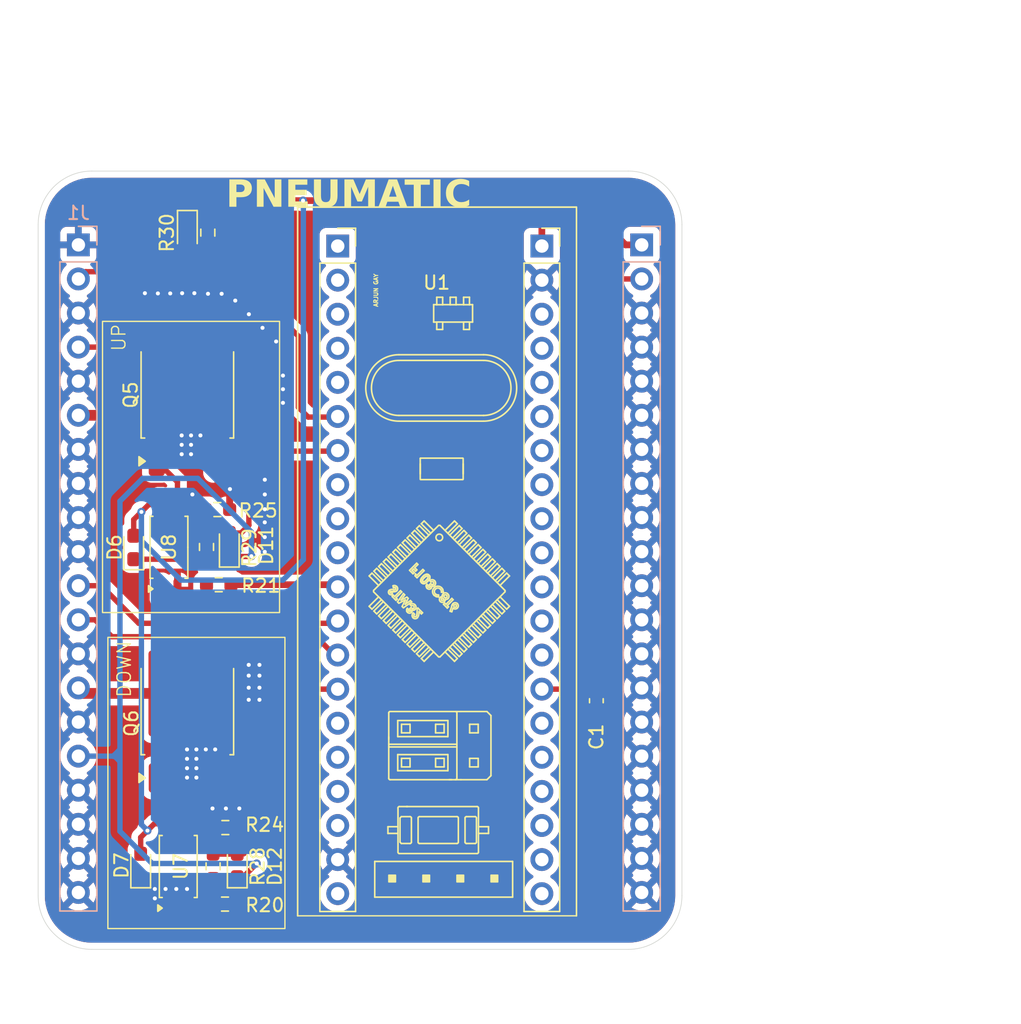
<source format=kicad_pcb>
(kicad_pcb (version 20241229) (generator "pcbnew") (generator_version "9.0")
  (layers (0 "F.Cu" signal) (2 "B.Cu" signal) (13 "F.Paste" user) (15 "B.Paste" user) (5 "F.SilkS" user "F.Silkscreen") (7 "B.SilkS" user "B.Silkscreen") (1 "F.Mask" user) (3 "B.Mask" user) (25 "Edge.Cuts" user))
  (net 0 "")
  (net 1 "Net-(D6-K)")
  (net 2 "Net-(D7-K)")
  (net 3 "+12V")
  (net 4 "/Pneumatic_UP")
  (net 5 "/Pneumatic_DOWN")
  (net 6 "Net-(D8-A)")
  (net 7 "Net-(Q5-G)")
  (net 8 "GND")
  (net 9 "Net-(Q6-G)")
  (net 10 "/DOWNSHIFT")
  (net 11 "Net-(R20-Pad2)")
  (net 12 "/UPSHIFT")
  (net 13 "Net-(R21-Pad2)")
  (net 14 "/TX")
  (net 15 "/UP")
  (net 16 "+5V")
  (net 17 "/Down")
  (net 18 "/RX")
  (net 48 "GPOS")
  (footprint "Resistor_SMD:R_0603_1608Metric_Pad0.98x0.95mm_HandSolder" (layer "F.Cu") (at 105.65 68.0875 -90)
    (property "Reference" "R30" (at 0.0125 3.05 90) (layer "F.SilkS"))
    (property "Value" "1K")
    (pad "1" smd roundrect (at -0.9125 0 270) (size 0.975 0.95) (layers "F.Cu" "F.Mask" "F.Paste") (net 16 "+5V"))
    (pad "2" smd roundrect (at 0.9125 0 270) (size 0.975 0.95) (layers "F.Cu" "F.Mask" "F.Paste") (net 6 "Net-(D8-A)"))
  )
  (footprint "Resistor_SMD:R_0603_1608Metric_Pad0.98x0.95mm_HandSolder" (layer "F.Cu") (at 106.9325 118.125 180)
    (property "Reference" "R20" (at -2.966965 -0.081249 0) (layer "F.SilkS"))
    (property "Value" "330")
    (pad "1" smd roundrect (at -0.9125 0 180) (size 0.975 0.95) (layers "F.Cu" "F.Mask" "F.Paste") (net 10 "/DOWNSHIFT"))
    (pad "2" smd roundrect (at 0.9125 0 180) (size 0.975 0.95) (layers "F.Cu" "F.Mask" "F.Paste") (net 11 "Net-(R20-Pad2)"))
  )
  (footprint "Capacitor_SMD:C_0603_1608Metric_Pad1.08x0.95mm_HandSolder" (layer "F.Cu") (at 134.62 102.9705 90)
    (property "Reference" "C1" (at -2.6935 0 90) (layer "F.SilkS"))
    (property "Value" "0.1uF")
    (pad "1" smd roundrect (at -0.8625 0 90) (size 1.075 0.95) (layers "F.Cu" "F.Mask" "F.Paste") (net 8 "GND"))
    (pad "2" smd roundrect (at 0.8625 0 90) (size 1.075 0.95) (layers "F.Cu" "F.Mask" "F.Paste") (net 48 "GPOS"))
  )
  (footprint "0_blackpill_f411ceu6:Blackpill PLT" (layer "F.Cu") (at 115.65 70.104)
    (property "Reference" "U1" (at 7.062282 1.713084 0) (layer "F.SilkS"))
    (property "Value" "~" (hide yes))
    (pad "1" thru_hole rect (at 14.906 -1.016) (size 1.7 1.7) (drill 1) (layers "*.Cu" "*.Mask") (net 16 "+5V"))
    (pad "2" thru_hole circle (at -0.314 47.244) (size 1.7 1.7) (drill 1) (layers "*.Cu" "*.Mask"))
    (pad "3" thru_hole circle (at -0.314 42.164) (size 1.7 1.7) (drill 1) (layers "*.Cu" "*.Mask"))
    (pad "4" thru_hole circle (at 14.906 4.064) (size 1.7 1.7) (drill 1) (layers "*.Cu" "*.Mask"))
    (pad "5" thru_hole rect (at -0.314 -1.016) (size 1.7 1.7) (drill 1) (layers "*.Cu" "*.Mask"))
    (pad "6" thru_hole circle (at -0.314 1.524) (size 1.7 1.7) (drill 1) (layers "*.Cu" "*.Mask"))
    (pad "7" thru_hole circle (at -0.314 4.064) (size 1.7 1.7) (drill 1) (layers "*.Cu" "*.Mask"))
    (pad "8" thru_hole circle (at -0.314 6.604) (size 1.7 1.7) (drill 1) (layers "*.Cu" "*.Mask"))
    (pad "9" thru_hole circle (at -0.314 9.144) (size 1.7 1.7) (drill 1) (layers "*.Cu" "*.Mask"))
    (pad "10" thru_hole circle (at -0.314 11.684) (size 1.7 1.7) (drill 1) (layers "*.Cu" "*.Mask") (net 14 "/TX"))
    (pad "11" thru_hole circle (at -0.314 14.224) (size 1.7 1.7) (drill 1) (layers "*.Cu" "*.Mask") (net 18 "/RX"))
    (pad "12" thru_hole circle (at -0.314 16.764) (size 1.7 1.7) (drill 1) (layers "*.Cu" "*.Mask"))
    (pad "13" thru_hole circle (at -0.314 19.304) (size 1.7 1.7) (drill 1) (layers "*.Cu" "*.Mask"))
    (pad "14" thru_hole circle (at -0.314 21.844) (size 1.7 1.7) (drill 1) (layers "*.Cu" "*.Mask"))
    (pad "15" thru_hole circle (at -0.314 24.384) (size 1.7 1.7) (drill 1) (layers "*.Cu" "*.Mask") (net 12 "/UPSHIFT"))
    (pad "16" thru_hole circle (at -0.314 26.924) (size 1.7 1.7) (drill 1) (layers "*.Cu" "*.Mask") (net 15 "/UP"))
    (pad "17" thru_hole circle (at -0.314 29.464) (size 1.7 1.7) (drill 1) (layers "*.Cu" "*.Mask") (net 17 "/Down"))
    (pad "18" thru_hole circle (at -0.314 32.004) (size 1.7 1.7) (drill 1) (layers "*.Cu" "*.Mask") (net 10 "/DOWNSHIFT"))
    (pad "19" thru_hole circle (at -0.314 34.544) (size 1.7 1.7) (drill 1) (layers "*.Cu" "*.Mask"))
    (pad "20" thru_hole circle (at -0.314 37.084) (size 1.7 1.7) (drill 1) (layers "*.Cu" "*.Mask"))
    (pad "21" thru_hole circle (at -0.314 39.624) (size 1.7 1.7) (drill 1) (layers "*.Cu" "*.Mask"))
    (pad "22" thru_hole circle (at 14.906 6.604) (size 1.7 1.7) (drill 1) (layers "*.Cu" "*.Mask"))
    (pad "23" thru_hole circle (at 14.906 9.144) (size 1.7 1.7) (drill 1) (layers "*.Cu" "*.Mask"))
    (pad "24" thru_hole circle (at 14.906 11.684) (size 1.7 1.7) (drill 1) (layers "*.Cu" "*.Mask"))
    (pad "25" thru_hole circle (at 14.906 14.224) (size 1.7 1.7) (drill 1) (layers "*.Cu" "*.Mask"))
    (pad "26" thru_hole circle (at 14.906 16.764) (size 1.7 1.7) (drill 1) (layers "*.Cu" "*.Mask"))
    (pad "27" thru_hole circle (at 14.906 19.304) (size 1.7 1.7) (drill 1) (layers "*.Cu" "*.Mask"))
    (pad "28" thru_hole circle (at 14.906 21.844) (size 1.7 1.7) (drill 1) (layers "*.Cu" "*.Mask"))
    (pad "29" thru_hole circle (at 14.906 24.384) (size 1.7 1.7) (drill 1) (layers "*.Cu" "*.Mask"))
    (pad "30" thru_hole circle (at 14.906 26.924) (size 1.7 1.7) (drill 1) (layers "*.Cu" "*.Mask"))
    (pad "31" thru_hole circle (at 14.906 29.464) (size 1.7 1.7) (drill 1) (layers "*.Cu" "*.Mask"))
    (pad "32" thru_hole circle (at 14.906 32.004) (size 1.7 1.7) (drill 1) (layers "*.Cu" "*.Mask") (net 48 "GPOS"))
    (pad "33" thru_hole circle (at 14.906 34.544) (size 1.7 1.7) (drill 1) (layers "*.Cu" "*.Mask"))
    (pad "34" thru_hole circle (at 14.906 37.084) (size 1.7 1.7) (drill 1) (layers "*.Cu" "*.Mask"))
    (pad "35" thru_hole circle (at 14.906 39.624) (size 1.7 1.7) (drill 1) (layers "*.Cu" "*.Mask"))
    (pad "36" thru_hole circle (at 14.906 42.164) (size 1.7 1.7) (drill 1) (layers "*.Cu" "*.Mask"))
    (pad "37" thru_hole circle (at 14.906 44.704) (size 1.7 1.7) (drill 1) (layers "*.Cu" "*.Mask"))
    (pad "38" thru_hole circle (at 14.906 47.244) (size 1.7 1.7) (drill 1) (layers "*.Cu" "*.Mask"))
    (pad "39" thru_hole circle (at -0.314 44.704) (size 1.7 1.7) (drill 1) (layers "*.Cu" "*.Mask") (net 8 "GND"))
    (pad "40" thru_hole circle (at 14.906 1.524) (size 1.7 1.7) (drill 1) (layers "*.Cu" "*.Mask") (net 8 "GND"))
  )
  (footprint "Package_SO:SOP-4_4.4x2.6mm_P1.27mm" (layer "F.Cu") (at 103.445 115.325 90)
    (property "Reference" "U7" (at 0 0.187 90) (layer "F.SilkS"))
    (property "Value" "TCMT1103")
    (pad "1" smd roundrect (at -3.1875 -0.635 90) (size 1.625 0.6) (layers "F.Cu" "F.Mask" "F.Paste") (net 11 "Net-(R20-Pad2)"))
    (pad "2" smd roundrect (at -3.1875 0.635 90) (size 1.625 0.6) (layers "F.Cu" "F.Mask" "F.Paste") (net 8 "GND"))
    (pad "3" smd roundrect (at 3.1875 0.635 90) (size 1.625 0.6) (layers "F.Cu" "F.Mask" "F.Paste") (net 9 "Net-(Q6-G)"))
    (pad "4" smd roundrect (at 3.1875 -0.635 90) (size 1.625 0.6) (layers "F.Cu" "F.Mask" "F.Paste") (net 16 "+5V"))
  )
  (footprint "Package_TO_SOT_SMD:TO-252-2" (layer "F.Cu") (at 104.125 80.085 90)
    (property "Reference" "Q5" (at -0.1 -4.225 90) (layer "F.SilkS"))
    (property "Value" "DMTH6004SK3")
    (pad "1" smd roundrect (at -5.04 -2.28 90) (size 2.2 1.2) (layers "F.Cu" "F.Mask" "F.Paste") (roundrect_rratio 0.208333) (net 7 "Net-(Q5-G)"))
    (pad "2" smd roundrect (at 1.26 0 90) (size 6.4 5.8) (layers "F.Cu" "F.Mask") (roundrect_rratio 0.043103) (net 4 "/Pneumatic_UP"))
    (pad "3" smd roundrect (at -5.04 2.28 90) (size 2.2 1.2) (layers "F.Cu" "F.Mask" "F.Paste") (roundrect_rratio 0.208333) (net 8 "GND"))
  )
  (footprint "Diode_SMD:D_0603_1608Metric_Pad1.05x0.95mm_HandSolder" (layer "F.Cu") (at 107.845 115.25 90)
    (property "Reference" "D12" (at -0.075 2.8 90) (layer "F.SilkS"))
    (property "Value" "D")
    (pad "1" smd roundrect (at -0.875 0 90) (size 1.05 0.95) (layers "F.Cu" "F.Mask" "F.Paste") (net 3 "+12V"))
    (pad "2" smd roundrect (at 0.875 0 90) (size 1.05 0.95) (layers "F.Cu" "F.Mask" "F.Paste") (net 5 "/Pneumatic_DOWN"))
  )
  (footprint "Diode_SMD:D_0603_1608Metric_Pad1.05x0.95mm_HandSolder" (layer "F.Cu") (at 107.2525 91.35 90)
    (property "Reference" "D11" (at -0.05 2.7475 90) (layer "F.SilkS"))
    (property "Value" "D")
    (pad "1" smd roundrect (at -0.875 0 90) (size 1.05 0.95) (layers "F.Cu" "F.Mask" "F.Paste") (net 3 "+12V"))
    (pad "2" smd roundrect (at 0.875 0 90) (size 1.05 0.95) (layers "F.Cu" "F.Mask" "F.Paste") (net 4 "/Pneumatic_UP"))
  )
  (footprint "Resistor_SMD:R_0603_1608Metric_Pad0.98x0.95mm_HandSolder" (layer "F.Cu") (at 106.045 115.3125 90)
    (property "Reference" "R28" (at -0.012352 3.320457 90) (layer "F.SilkS"))
    (property "Value" "1K")
    (pad "1" smd roundrect (at -0.9125 0 90) (size 0.975 0.95) (layers "F.Cu" "F.Mask" "F.Paste") (net 2 "Net-(D7-K)"))
    (pad "2" smd roundrect (at 0.9125 0 90) (size 0.975 0.95) (layers "F.Cu" "F.Mask" "F.Paste") (net 5 "/Pneumatic_DOWN"))
  )
  (footprint "Package_TO_SOT_SMD:TO-252-2" (layer "F.Cu") (at 104.125 103.685 90)
    (property "Reference" "Q6" (at -0.965 -4.175 90) (layer "F.SilkS"))
    (property "Value" "DMTH6004SK3")
    (pad "1" smd roundrect (at -5.04 -2.28 90) (size 2.2 1.2) (layers "F.Cu" "F.Mask" "F.Paste") (roundrect_rratio 0.208333) (net 9 "Net-(Q6-G)"))
    (pad "2" smd roundrect (at 1.26 0 90) (size 6.4 5.8) (layers "F.Cu" "F.Mask") (roundrect_rratio 0.043103) (net 5 "/Pneumatic_DOWN"))
    (pad "3" smd roundrect (at -5.04 2.28 90) (size 2.2 1.2) (layers "F.Cu" "F.Mask" "F.Paste") (roundrect_rratio 0.208333) (net 8 "GND"))
  )
  (footprint "LED_SMD:LED_0603_1608Metric_Pad1.05x0.95mm_HandSolder" (layer "F.Cu") (at 100.645 115.25 90)
    (property "Reference" "D7" (at 0 -1.43 90) (layer "F.SilkS"))
    (property "Value" "LED")
    (pad "1" smd roundrect (at -0.875 0 90) (size 1.05 0.95) (layers "F.Cu" "F.Mask" "F.Paste") (net 2 "Net-(D7-K)"))
    (pad "2" smd roundrect (at 0.875 0 90) (size 1.05 0.95) (layers "F.Cu" "F.Mask" "F.Paste") (net 16 "+5V"))
  )
  (footprint "Resistor_SMD:R_0603_1608Metric_Pad0.98x0.95mm_HandSolder" (layer "F.Cu") (at 106.365 88.725 180)
    (property "Reference" "R25" (at -3.035 -0.075 0) (layer "F.SilkS"))
    (property "Value" "10K")
    (pad "1" smd roundrect (at -0.9125 0 180) (size 0.975 0.95) (layers "F.Cu" "F.Mask" "F.Paste") (net 8 "GND"))
    (pad "2" smd roundrect (at 0.9125 0 180) (size 0.975 0.95) (layers "F.Cu" "F.Mask" "F.Paste") (net 7 "Net-(Q5-G)"))
  )
  (footprint "Package_SO:SOP-4_4.4x2.6mm_P1.27mm" (layer "F.Cu") (at 102.7525 91.5375 90)
    (property "Reference" "U8" (at 0 0 90) (layer "F.SilkS"))
    (property "Value" "TCMT1103")
    (pad "1" smd roundrect (at -3.1875 -0.635 90) (size 1.625 0.6) (layers "F.Cu" "F.Mask" "F.Paste") (net 13 "Net-(R21-Pad2)"))
    (pad "2" smd roundrect (at -3.1875 0.635 90) (size 1.625 0.6) (layers "F.Cu" "F.Mask" "F.Paste") (net 8 "GND"))
    (pad "3" smd roundrect (at 3.1875 0.635 90) (size 1.625 0.6) (layers "F.Cu" "F.Mask" "F.Paste") (net 7 "Net-(Q5-G)"))
    (pad "4" smd roundrect (at 3.1875 -0.635 90) (size 1.625 0.6) (layers "F.Cu" "F.Mask" "F.Paste") (net 16 "+5V"))
  )
  (footprint "Resistor_SMD:R_0603_1608Metric_Pad0.98x0.95mm_HandSolder" (layer "F.Cu") (at 105.5525 91.5125 90)
    (property "Reference" "R29" (at -0.060878 3.199507 90) (layer "F.SilkS"))
    (property "Value" "1K")
    (pad "1" smd roundrect (at -0.9125 0 90) (size 0.975 0.95) (layers "F.Cu" "F.Mask" "F.Paste") (net 1 "Net-(D6-K)"))
    (pad "2" smd roundrect (at 0.9125 0 90) (size 0.975 0.95) (layers "F.Cu" "F.Mask" "F.Paste") (net 4 "/Pneumatic_UP"))
  )
  (footprint "Resistor_SMD:R_0603_1608Metric_Pad0.98x0.95mm_HandSolder" (layer "F.Cu") (at 106.9575 112.425 180)
    (property "Reference" "R24" (at -2.927328 0.206386 0) (layer "F.SilkS"))
    (property "Value" "10K")
    (pad "1" smd roundrect (at -0.9125 0 180) (size 0.975 0.95) (layers "F.Cu" "F.Mask" "F.Paste") (net 8 "GND"))
    (pad "2" smd roundrect (at 0.9125 0 180) (size 0.975 0.95) (layers "F.Cu" "F.Mask" "F.Paste") (net 9 "Net-(Q6-G)"))
  )
  (footprint "Resistor_SMD:R_0603_1608Metric_Pad0.98x0.95mm_HandSolder" (layer "F.Cu") (at 106.465 94.325 180)
    (property "Reference" "R21" (at -3.135 -0.075 0) (layer "F.SilkS"))
    (property "Value" "330")
    (pad "1" smd roundrect (at -0.9125 0 180) (size 0.975 0.95) (layers "F.Cu" "F.Mask" "F.Paste") (net 12 "/UPSHIFT"))
    (pad "2" smd roundrect (at 0.9125 0 180) (size 0.975 0.95) (layers "F.Cu" "F.Mask" "F.Paste") (net 13 "Net-(R21-Pad2)"))
  )
  (footprint "LED_SMD:LED_0603_1608Metric_Pad1.05x0.95mm_HandSolder" (layer "F.Cu") (at 100.125 91.55 90)
    (property "Reference" "D6" (at 0 -1.43 90) (layer "F.SilkS"))
    (property "Value" "LED")
    (pad "1" smd roundrect (at -0.875 0 90) (size 1.05 0.95) (layers "F.Cu" "F.Mask" "F.Paste") (net 1 "Net-(D6-K)"))
    (pad "2" smd roundrect (at 0.875 0 90) (size 1.05 0.95) (layers "F.Cu" "F.Mask" "F.Paste") (net 16 "+5V"))
  )
  (footprint "LED_SMD:LED_0603_1608Metric_Pad1.05x0.95mm_HandSolder" (layer "F.Cu") (at 104.125 68.1 -90)
    (property "Reference" "D8" (hide yes))
    (property "Value" "LED")
    (pad "1" smd roundrect (at -0.875 0 270) (size 1.05 0.95) (layers "F.Cu" "F.Mask" "F.Paste") (net 8 "GND"))
    (pad "2" smd roundrect (at 0.875 0 270) (size 1.05 0.95) (layers "F.Cu" "F.Mask" "F.Paste") (net 6 "Net-(D8-A)"))
  )
  (footprint "Connector_PinHeader_2.54mm:PinHeader_1x20_P2.54mm_Vertical" (layer "B.Cu") (at 138 69 180)
    (property "Reference" "J2" (hide yes))
    (property "Value" "Conn_01x20_Pin")
    (pad "1" thru_hole rect (at 0 0 180) (size 1.7 1.7) (drill 1) (layers "*.Cu" "*.Mask") (net 16 "+5V"))
    (pad "2" thru_hole circle (at 0 -2.54 180) (size 1.7 1.7) (drill 1) (layers "*.Cu" "*.Mask") (net 48 "GPOS"))
    (pad "3" thru_hole circle (at 0 -5.08 180) (size 1.7 1.7) (drill 1) (layers "*.Cu" "*.Mask") (net 8 "GND"))
    (pad "4" thru_hole circle (at 0 -7.62 180) (size 1.7 1.7) (drill 1) (layers "*.Cu" "*.Mask") (net 8 "GND"))
    (pad "5" thru_hole circle (at 0 -10.16 180) (size 1.7 1.7) (drill 1) (layers "*.Cu" "*.Mask") (net 8 "GND"))
    (pad "6" thru_hole circle (at 0 -12.7 180) (size 1.7 1.7) (drill 1) (layers "*.Cu" "*.Mask") (net 8 "GND"))
    (pad "7" thru_hole circle (at 0 -15.24 180) (size 1.7 1.7) (drill 1) (layers "*.Cu" "*.Mask") (net 8 "GND"))
    (pad "8" thru_hole circle (at 0 -17.78 180) (size 1.7 1.7) (drill 1) (layers "*.Cu" "*.Mask") (net 8 "GND"))
    (pad "9" thru_hole circle (at 0 -20.32 180) (size 1.7 1.7) (drill 1) (layers "*.Cu" "*.Mask") (net 8 "GND"))
    (pad "10" thru_hole circle (at 0 -22.86 180) (size 1.7 1.7) (drill 1) (layers "*.Cu" "*.Mask") (net 8 "GND"))
    (pad "11" thru_hole circle (at 0 -25.4 180) (size 1.7 1.7) (drill 1) (layers "*.Cu" "*.Mask") (net 8 "GND"))
    (pad "12" thru_hole circle (at 0 -27.94 180) (size 1.7 1.7) (drill 1) (layers "*.Cu" "*.Mask") (net 8 "GND"))
    (pad "13" thru_hole circle (at 0 -30.48 180) (size 1.7 1.7) (drill 1) (layers "*.Cu" "*.Mask") (net 8 "GND"))
    (pad "14" thru_hole circle (at 0 -33.02 180) (size 1.7 1.7) (drill 1) (layers "*.Cu" "*.Mask") (net 8 "GND"))
    (pad "15" thru_hole circle (at 0 -35.56 180) (size 1.7 1.7) (drill 1) (layers "*.Cu" "*.Mask") (net 8 "GND"))
    (pad "16" thru_hole circle (at 0 -38.1 180) (size 1.7 1.7) (drill 1) (layers "*.Cu" "*.Mask") (net 8 "GND"))
    (pad "17" thru_hole circle (at 0 -40.64 180) (size 1.7 1.7) (drill 1) (layers "*.Cu" "*.Mask") (net 8 "GND"))
    (pad "18" thru_hole circle (at 0 -43.18 180) (size 1.7 1.7) (drill 1) (layers "*.Cu" "*.Mask") (net 8 "GND"))
    (pad "19" thru_hole circle (at 0 -45.72 180) (size 1.7 1.7) (drill 1) (layers "*.Cu" "*.Mask") (net 8 "GND"))
    (pad "20" thru_hole circle (at 0 -48.26 180) (size 1.7 1.7) (drill 1) (layers "*.Cu" "*.Mask") (net 8 "GND"))
  )
  (footprint "Connector_PinHeader_2.54mm:PinHeader_1x20_P2.54mm_Vertical" (layer "B.Cu") (at 96 69 180)
    (property "Reference" "J1" (at 0 2.38 0) (layer "B.SilkS") (effects (justify mirror)))
    (property "Value" "Conn_01x20_Pin")
    (pad "1" thru_hole rect (at 0 0 180) (size 1.7 1.7) (drill 1) (layers "*.Cu" "*.Mask") (net 8 "GND"))
    (pad "2" thru_hole circle (at 0 -2.54 180) (size 1.7 1.7) (drill 1) (layers "*.Cu" "*.Mask") (net 14 "/TX"))
    (pad "3" thru_hole circle (at 0 -5.08 180) (size 1.7 1.7) (drill 1) (layers "*.Cu" "*.Mask") (net 8 "GND"))
    (pad "4" thru_hole circle (at 0 -7.62 180) (size 1.7 1.7) (drill 1) (layers "*.Cu" "*.Mask") (net 18 "/RX"))
    (pad "5" thru_hole circle (at 0 -10.16 180) (size 1.7 1.7) (drill 1) (layers "*.Cu" "*.Mask") (net 8 "GND"))
    (pad "6" thru_hole circle (at 0 -12.7 180) (size 1.7 1.7) (drill 1) (layers "*.Cu" "*.Mask") (net 4 "/Pneumatic_UP"))
    (pad "7" thru_hole circle (at 0 -15.24 180) (size 1.7 1.7) (drill 1) (layers "*.Cu" "*.Mask") (net 8 "GND"))
    (pad "8" thru_hole circle (at 0 -17.78 180) (size 1.7 1.7) (drill 1) (layers "*.Cu" "*.Mask") (net 8 "GND"))
    (pad "9" thru_hole circle (at 0 -20.32 180) (size 1.7 1.7) (drill 1) (layers "*.Cu" "*.Mask") (net 8 "GND"))
    (pad "10" thru_hole circle (at 0 -22.86 180) (size 1.7 1.7) (drill 1) (layers "*.Cu" "*.Mask") (net 8 "GND"))
    (pad "11" thru_hole circle (at 0 -25.4 180) (size 1.7 1.7) (drill 1) (layers "*.Cu" "*.Mask") (net 15 "/UP"))
    (pad "12" thru_hole circle (at 0 -27.94 180) (size 1.7 1.7) (drill 1) (layers "*.Cu" "*.Mask") (net 17 "/Down"))
    (pad "13" thru_hole circle (at 0 -30.48 180) (size 1.7 1.7) (drill 1) (layers "*.Cu" "*.Mask") (net 8 "GND"))
    (pad "14" thru_hole circle (at 0 -33.02 180) (size 1.7 1.7) (drill 1) (layers "*.Cu" "*.Mask") (net 5 "/Pneumatic_DOWN"))
    (pad "15" thru_hole circle (at 0 -35.56 180) (size 1.7 1.7) (drill 1) (layers "*.Cu" "*.Mask") (net 8 "GND"))
    (pad "16" thru_hole circle (at 0 -38.1 180) (size 1.7 1.7) (drill 1) (layers "*.Cu" "*.Mask") (net 3 "+12V"))
    (pad "17" thru_hole circle (at 0 -40.64 180) (size 1.7 1.7) (drill 1) (layers "*.Cu" "*.Mask") (net 8 "GND"))
    (pad "18" thru_hole circle (at 0 -43.18 180) (size 1.7 1.7) (drill 1) (layers "*.Cu" "*.Mask") (net 8 "GND"))
    (pad "19" thru_hole circle (at 0 -45.72 180) (size 1.7 1.7) (drill 1) (layers "*.Cu" "*.Mask") (net 8 "GND"))
    (pad "20" thru_hole circle (at 0 -48.26 180) (size 1.7 1.7) (drill 1) (layers "*.Cu" "*.Mask") (net 8 "GND"))
  )
  (gr_rect (start 97.8 74.7) (end 111 96.4) (stroke (width 0.1)) (fill no) (layer "F.SilkS"))
  (gr_rect (start 98.2 98.25) (end 111.4 119.95) (stroke (width 0.1)) (fill no) (layer "F.SilkS"))
  (gr_arc (start 93 67.5) (mid 94.171573 64.671573) (end 97 63.5) (stroke (width 0.05)) (layer "Edge.Cuts"))
  (gr_line (start 97 63.5) (end 137 63.5) (stroke (width 0.05)) (layer "Edge.Cuts"))
  (gr_line (start 93 117.5) (end 93 67.5) (stroke (width 0.05)) (layer "Edge.Cuts"))
  (gr_arc (start 141 117.5) (mid 139.828427 120.328427) (end 137 121.5) (stroke (width 0.05)) (layer "Edge.Cuts"))
  (gr_line (start 141 67.5) (end 141 117.5) (stroke (width 0.05)) (layer "Edge.Cuts"))
  (gr_arc (start 137 63.5) (mid 139.828427 64.671573) (end 141 67.5) (stroke (width 0.05)) (layer "Edge.Cuts"))
  (gr_line (start 137 121.5) (end 97 121.5) (stroke (width 0.05)) (layer "Edge.Cuts"))
  (gr_arc (start 97 121.5) (mid 94.171573 120.328427) (end 93 117.5) (stroke (width 0.05)) (layer "Edge.Cuts"))
  (gr_text "DOWN" (at 100 102.8 90) (layer "F.SilkS") (effects (font (size 1 1) (thickness 0.1)) (justify left bottom)))
  (gr_text "UP" (at 99.6 77 90) (layer "F.SilkS") (effects (font (size 1 1) (thickness 0.1)) (justify left bottom)))
  (gr_text "PNEUMATIC" (at 107 66.5 0) (layer "F.SilkS") (effects (font (size 2 2) (thickness 0.4) (bold yes) (italic yes)) (justify left bottom)))
  (gr_text "ARJUN GAY" (at 118.364 73.66 90) (layer "F.SilkS") (effects (font (size 0.3 0.3) (thickness 0.075) (bold yes)) (justify left bottom)))
  (segment (start 105.5525 92.425) (end 100.125 92.425) (width 0.4) (layer "F.Cu") (net 1))
  (segment (start 105.945 116.125) (end 106.045 116.225) (width 0.4) (layer "F.Cu") (net 2))
  (segment (start 100.645 116.125) (end 105.945 116.125) (width 0.4) (layer "F.Cu") (net 2))
  (segment (start 108.875 92.225) (end 108.9 92.2) (width 0.4) (layer "F.Cu") (net 3))
  (segment (start 108.275 116.125) (end 109.3 115.1) (width 0.4) (layer "F.Cu") (net 3))
  (segment (start 107.845 116.125) (end 108.275 116.125) (width 0.4) (layer "F.Cu") (net 3))
  (segment (start 107.2525 92.225) (end 108.875 92.225) (width 0.4) (layer "F.Cu") (net 3))
  (via (at 109.3 115.1) (size 0.6) (drill 0.3) (layers "F.Cu" "B.Cu") (net 3))
  (via (at 108.9 92.2) (size 0.6) (drill 0.3) (layers "F.Cu" "B.Cu") (net 3))
  (segment (start 99.1 107.5) (end 99.1 112.7) (width 0.4) (layer "B.Cu") (net 3))
  (segment (start 104.9 86.4) (end 108.9 90.4) (width 0.4) (layer "B.Cu") (net 3))
  (segment (start 99.1 88.1) (end 100.8 86.4) (width 0.4) (layer "B.Cu") (net 3))
  (segment (start 100.8 86.4) (end 104.9 86.4) (width 0.4) (layer "B.Cu") (net 3))
  (segment (start 99.1 107.1) (end 99.1 106.6) (width 0.4) (layer "B.Cu") (net 3))
  (segment (start 99.1 106.6) (end 99.1 88.1) (width 0.4) (layer "B.Cu") (net 3))
  (segment (start 96 107.1) (end 98.6 107.1) (width 0.4) (layer "B.Cu") (net 3))
  (segment (start 98.6 107.1) (end 98.7 107.1) (width 0.4) (layer "B.Cu") (net 3))
  (segment (start 99.1 107.1) (end 99.1 107.5) (width 0.4) (layer "B.Cu") (net 3))
  (segment (start 98.7 107.1) (end 99.1 107.5) (width 0.4) (layer "B.Cu") (net 3))
  (segment (start 101.5 115.1) (end 109.3 115.1) (width 0.4) (layer "B.Cu") (net 3))
  (segment (start 98.6 107.1) (end 99.1 106.6) (width 0.4) (layer "B.Cu") (net 3))
  (segment (start 99.1 112.7) (end 101.5 115.1) (width 0.4) (layer "B.Cu") (net 3))
  (segment (start 109.1 115.3) (end 109.3 115.1) (width 0.4) (layer "B.Cu") (net 3))
  (segment (start 108.9 90.4) (end 108.9 92.2) (width 0.4) (layer "B.Cu") (net 3))
  (segment (start 98.6 107.1) (end 99.1 107.1) (width 0.4) (layer "B.Cu") (net 3))
  (segment (start 104.125 78.825) (end 100.975 78.825) (width 0.8) (layer "F.Cu") (net 4))
  (segment (start 100.975 78.825) (end 98.1 81.7) (width 0.8) (layer "F.Cu") (net 4))
  (segment (start 107.2525 90.475) (end 108.125 90.475) (width 0.4) (layer "F.Cu") (net 4))
  (segment (start 108.712 83.412) (end 104.125 78.825) (width 0.4) (layer "F.Cu") (net 4))
  (segment (start 108.712 89.888) (end 108.712 83.412) (width 0.4) (layer "F.Cu") (net 4))
  (segment (start 98.1 81.7) (end 96 81.7) (width 0.8) (layer "F.Cu") (net 4))
  (segment (start 105.5525 90.6) (end 107.1275 90.6) (width 0.4) (layer "F.Cu") (net 4))
  (segment (start 108.125 90.475) (end 108.712 89.888) (width 0.4) (layer "F.Cu") (net 4))
  (segment (start 107.1275 90.6) (end 107.2525 90.475) (width 0.4) (layer "F.Cu") (net 4))
  (segment (start 104.125 102.425) (end 96.405 102.425) (width 0.8) (layer "F.Cu") (net 5))
  (segment (start 107.845 114.375) (end 108.325 114.375) (width 0.4) (layer "F.Cu") (net 5))
  (segment (start 96.405 102.425) (end 96 102.02) (width 0.8) (layer "F.Cu") (net 5))
  (segment (start 109.2 113.5) (end 109.2 107.5) (width 0.4) (layer "F.Cu") (net 5))
  (segment (start 108.325 114.375) (end 109.2 113.5) (width 0.4) (layer "F.Cu") (net 5))
  (segment (start 107.82 114.4) (end 107.845 114.375) (width 0.4) (layer "F.Cu") (net 5))
  (segment (start 109.2 107.5) (end 104.125 102.425) (width 0.4) (layer "F.Cu") (net 5))
  (segment (start 106.045 114.4) (end 107.82 114.4) (width 0.4) (layer "F.Cu") (net 5))
  (segment (start 105.65 69) (end 104.15 69) (width 0.5) (layer "F.Cu") (net 6))
  (segment (start 104.15 69) (end 104.125 68.975) (width 0.5) (layer "F.Cu") (net 6))
  (segment (start 105.4525 88.725) (end 103.7625 88.725) (width 0.4) (layer "F.Cu") (net 7))
  (segment (start 103.3875 86.6675) (end 103.3875 88.35) (width 0.4) (layer "F.Cu") (net 7))
  (segment (start 103.7625 88.725) (end 103.3875 88.35) (width 0.4) (layer "F.Cu") (net 7))
  (segment (start 101.845 85.125) (end 103.3875 86.6675) (width 0.4) (layer "F.Cu") (net 7))
  (segment (start 107.87 112.425) (end 107.87 111.13) (width 0.5) (layer "F.Cu") (net 8))
  (segment (start 107.87 111.13) (end 108 111) (width 0.5) (layer "F.Cu") (net 8))
  (segment (start 96.24 79.4) (end 96 79.16) (width 0.4) (layer "F.Cu") (net 8))
  (segment (start 107.2775 87.2225) (end 107.3 87.2) (width 0.5) (layer "F.Cu") (net 8))
  (segment (start 107.2775 88.725) (end 107.2775 87.2225) (width 0.5) (layer "F.Cu") (net 8))
  (segment (start 104.08 117.02) (end 104.1 117) (width 0.5) (layer "F.Cu") (net 8))
  (segment (start 104.08 118.5125) (end 104.08 117.02) (width 0.5) (layer "F.Cu") (net 8))
  (via (at 109.5 102.9) (size 0.6) (drill 0.3) (layers "F.Cu" "B.Cu") (net 8))
  (via (at 107 111) (size 0.6) (drill 0.3) (layers "F.Cu" "B.Cu") (net 8))
  (via (at 109.5 102) (size 0.6) (drill 0.3) (layers "F.Cu" "B.Cu") (net 8))
  (via (at 105.664 72.644) (size 0.6) (drill 0.3) (layers "F.Cu" "B.Cu") (net 8))
  (via (at 102.847581 72.618292) (size 0.6) (drill 0.3) (layers "F.Cu" "B.Cu") (net 8))
  (via (at 101.927442 72.618292) (size 0.6) (drill 0.3) (layers "F.Cu" "B.Cu") (net 8))
  (via (at 104.4 83.2) (size 0.6) (drill 0.3) (layers "F.Cu" "B.Cu") (net 8))
  (via (at 102.5 117) (size 0.6) (drill 0.3) (layers "F.Cu" "B.Cu") (net 8))
  (via (at 109.89501 89.677348) (size 0.6) (drill 0.3) (layers "F.Cu" "B.Cu") (net 8))
  (via (at 104.1 106.6) (size 0.6) (drill 0.3) (layers "F.Cu" "B.Cu") (net 8))
  (via (at 109.89501 91.877348) (size 0.6) (drill 0.3) (layers "F.Cu" "B.Cu") (net 8))
  (via (at 103.735434 72.602149) (size 0.6) (drill 0.3) (layers "F.Cu" "B.Cu") (net 8))
  (via (at 111.252 78.74) (size 0.6) (drill 0.3) (layers "F.Cu" "B.Cu") (net 8))
  (via (at 109.89501 90.777348) (size 0.6) (drill 0.3) (layers "F.Cu" "B.Cu") (net 8))
  (via (at 104.1 117) (size 0.6) (drill 0.3) (layers "F.Cu" "B.Cu") (net 8))
  (via (at 107.696 73.152) (size 0.6) (drill 0.3) (layers "F.Cu" "B.Cu") (net 8))
  (via (at 104.648 72.6) (size 0.6) (drill 0.3) (layers "F.Cu" "B.Cu") (net 8))
  (via (at 111.252 80.772) (size 0.6) (drill 0.3) (layers "F.Cu" "B.Cu") (net 8))
  (via (at 104.1 107.3) (size 0.6) (drill 0.3) (layers "F.Cu" "B.Cu") (net 8))
  (via (at 111.252 79.756) (size 0.6) (drill 0.3) (layers "F.Cu" "B.Cu") (net 8))
  (via (at 100.958875 72.602149) (size 0.6) (drill 0.3) (layers "F.Cu" "B.Cu") (net 8))
  (via (at 104.1 108) (size 0.6) (drill 0.3) (layers "F.Cu" "B.Cu") (net 8))
  (via (at 104.8 107.3) (size 0.6) (drill 0.3) (layers "F.Cu" "B.Cu") (net 8))
  (via (at 104.5 87.6) (size 0.6) (drill 0.3) (layers "F.Cu" "B.Cu") (net 8))
  (via (at 104.8 108) (size 0.6) (drill 0.3) (layers "F.Cu" "B.Cu") (net 8))
  (via (at 103.7 84.6) (size 0.6) (drill 0.3) (layers "F.Cu" "B.Cu") (net 8))
  (via (at 109.9 87.6) (size 0.6) (drill 0.3) (layers "F.Cu" "B.Cu") (net 8))
  (via (at 104.4 84.6) (size 0.6) (drill 0.3) (layers "F.Cu" "B.Cu") (net 8))
  (via (at 103.3 117) (size 0.6) (drill 0.3) (layers "F.Cu" "B.Cu") (net 8))
  (via (at 106 111) (size 0.6) (drill 0.3) (layers "F.Cu" "B.Cu") (net 8))
  (via (at 104.1 108.7) (size 0.6) (drill 0.3) (layers "F.Cu" "B.Cu") (net 8))
  (via (at 109.5 101.1) (size 0.6) (drill 0.3) (layers "F.Cu" "B.Cu") (net 8))
  (via (at 105.1 83.2) (size 0.6) (drill 0.3) (layers "F.Cu" "B.Cu") (net 8))
  (via (at 109.9 86.5) (size 0.6) (drill 0.3) (layers "F.Cu" "B.Cu") (net 8))
  (via (at 108.7 102.9) (size 0.6) (drill 0.3) (layers "F.Cu" "B.Cu") (net 8))
  (via (at 104.8 106.6) (size 0.6) (drill 0.3) (layers "F.Cu" "B.Cu") (net 8))
  (via (at 106.2 106.6) (size 0.6) (drill 0.3) (layers "F.Cu" "B.Cu") (net 8))
  (via (at 104.8 108.7) (size 0.6) (drill 0.3) (layers "F.Cu" "B.Cu") (net 8))
  (via (at 107.3 87.2) (size 0.6) (drill 0.3) (layers "F.Cu" "B.Cu") (net 8))
  (via (at 104.4 83.9) (size 0.6) (drill 0.3) (layers "F.Cu" "B.Cu") (net 8))
  (via (at 108 111) (size 0.6) (drill 0.3) (layers "F.Cu" "B.Cu") (net 8))
  (via (at 105.5 106.6) (size 0.6) (drill 0.3) (layers "F.Cu" "B.Cu") (net 8))
  (via (at 108.7 102) (size 0.6) (drill 0.3) (layers "F.Cu" "B.Cu") (net 8))
  (via (at 103.7 83.2) (size 0.6) (drill 0.3) (layers "F.Cu" "B.Cu") (net 8))
  (via (at 109.728 75.184) (size 0.6) (drill 0.3) (layers "F.Cu" "B.Cu") (net 8))
  (via (at 101.7 117.7) (size 0.6) (drill 0.3) (layers "F.Cu" "B.Cu") (net 8))
  (via (at 101.7 117) (size 0.6) (drill 0.3) (layers "F.Cu" "B.Cu") (net 8))
  (via (at 108.7 100.3) (size 0.6) (drill 0.3) (layers "F.Cu" "B.Cu") (net 8))
  (via (at 109.9 88.7) (size 0.6) (drill 0.3) (layers "F.Cu" "B.Cu") (net 8))
  (via (at 108.7 101.1) (size 0.6) (drill 0.3) (layers "F.Cu" "B.Cu") (net 8))
  (via (at 103.7 83.9) (size 0.6) (drill 0.3) (layers "F.Cu" "B.Cu") (net 8))
  (via (at 106.68 72.644) (size 0.6) (drill 0.3) (layers "F.Cu" "B.Cu") (net 8))
  (via (at 108.712 74.168) (size 0.6) (drill 0.3) (layers "F.Cu" "B.Cu") (net 8))
  (via (at 109.5 100.3) (size 0.6) (drill 0.3) (layers "F.Cu" "B.Cu") (net 8))
  (via (at 110.744 76.2) (size 0.6) (drill 0.3) (layers "F.Cu" "B.Cu") (net 8))
  (segment (start 106.045 112.425) (end 104.3675 112.425) (width 0.4) (layer "F.Cu") (net 9))
  (segment (start 104.08 110.96) (end 104.08 112.1375) (width 0.4) (layer "F.Cu") (net 9))
  (segment (start 104.3675 112.425) (end 104.08 112.1375) (width 0.4) (layer "F.Cu") (net 9))
  (segment (start 101.845 108.725) (end 104.08 110.96) (width 0.4) (layer "F.Cu") (net 9))
  (segment (start 109.459 118.125) (end 110.744 116.84) (width 0.4) (layer "F.Cu") (net 10))
  (segment (start 110.744 116.84) (end 110.744 103.632) (width 0.4) (layer "F.Cu") (net 10))
  (segment (start 110.744 103.632) (end 112.268 102.108) (width 0.4) (layer "F.Cu") (net 10))
  (segment (start 112.268 102.108) (end 115.336 102.108) (width 0.4) (layer "F.Cu") (net 10))
  (segment (start 107.845 118.125) (end 109.459 118.125) (width 0.4) (layer "F.Cu") (net 10))
  (segment (start 102.81 118.5125) (end 102.81 119.31) (width 0.4) (layer "F.Cu") (net 11))
  (segment (start 105.2 120) (end 106.02 119.18) (width 0.4) (layer "F.Cu") (net 11))
  (segment (start 106.02 119.18) (end 106.02 118.125) (width 0.4) (layer "F.Cu") (net 11))
  (segment (start 103.5 120) (end 105.2 120) (width 0.4) (layer "F.Cu") (net 11))
  (segment (start 102.81 119.31) (end 103.5 120) (width 0.4) (layer "F.Cu") (net 11))
  (segment (start 107.3775 94.325) (end 114.93 94.325) (width 0.5) (layer "F.Cu") (net 12))
  (segment (start 114.93 94.325) (end 115.1375 94.5325) (width 0.5) (layer "F.Cu") (net 12))
  (segment (start 104.9 96.2) (end 105.5525 95.5475) (width 0.4) (layer "F.Cu") (net 13))
  (segment (start 105.5525 95.5475) (end 105.5525 94.325) (width 0.4) (layer "F.Cu") (net 13))
  (segment (start 102.5 96.2) (end 104.9 96.2) (width 0.4) (layer "F.Cu") (net 13))
  (segment (start 102.1175 94.725) (end 102.1175 95.8175) (width 0.4) (layer "F.Cu") (net 13))
  (segment (start 102.1175 95.8175) (end 102.5 96.2) (width 0.4) (layer "F.Cu") (net 13))
  (segment (start 96 71.54) (end 96.54 71) (width 0.4) (layer "F.Cu") (net 14))
  (segment (start 112.4 75.8) (end 112.4 81.1) (width 0.4) (layer "F.Cu") (net 14))
  (segment (start 107.6 71) (end 112.4 75.8) (width 0.4) (layer "F.Cu") (net 14))
  (segment (start 96.54 71) (end 107.6 71) (width 0.4) (layer "F.Cu") (net 14))
  (segment (start 112.4 81.1) (end 113.1325 81.8325) (width 0.4) (layer "F.Cu") (net 14))
  (segment (start 113.1325 81.8325) (end 115.1375 81.8325) (width 0.4) (layer "F.Cu") (net 14))
  (segment (start 100.5 97.2) (end 97.7 94.4) (width 0.4) (layer "F.Cu") (net 15))
  (segment (start 97.7 94.4) (end 96 94.4) (width 0.4) (layer "F.Cu") (net 15))
  (segment (start 115.01 97.2) (end 100.5 97.2) (width 0.4) (layer "F.Cu") (net 15))
  (segment (start 115.1375 97.0725) (end 115.01 97.2) (width 0.4) (layer "F.Cu") (net 15))
  (segment (start 100.7 88.9) (end 100.125 89.475) (width 0.4) (layer "F.Cu") (net 16))
  (segment (start 105.65 66.95) (end 105.65 67.175) (width 0.5) (layer "F.Cu") (net 16))
  (segment (start 100.7 88.9) (end 101.25 88.35) (width 0.4) (layer "F.Cu") (net 16))
  (segment (start 129.85 65.7) (end 130.006 65.7) (width 0.5) (layer "F.Cu") (net 16))
  (segment (start 131.75 65.7) (end 131.106 65.7) (width 0.5) (layer "F.Cu") (net 16))
  (segment (start 133.5 65.7) (end 131.75 65.7) (width 0.5) (layer "F.Cu") (net 16))
  (segment (start 100.645 114.375) (end 100.645 113.155) (width 0.4) (layer "F.Cu") (net 16))
  (segment (start 130.556 69.088) (end 130.556 66.25) (width 0.5) (layer "F.Cu") (net 16))
  (segment (start 130.556 65.756) (end 130.5 65.7) (width 0.5) (layer "F.Cu") (net 16))
  (segment (start 131.75 65.7) (end 130.5 65.7) (width 0.5) (layer "F.Cu") (net 16))
  (segment (start 138 69) (end 136.8 69) (width 0.5) (layer "F.Cu") (net 16))
  (segment (start 129.85 65.7) (end 112.75 65.7) (width 0.5) (layer "F.Cu") (net 16))
  (segment (start 100.645 113.155) (end 101.15 112.65) (width 0.4) (layer "F.Cu") (net 16))
  (segment (start 100.125 89.475) (end 100.125 90.675) (width 0.4) (layer "F.Cu") (net 16))
  (segment (start 130.556 66.25) (end 130.556 65.756) (width 0.5) (layer "F.Cu") (net 16))
  (segment (start 101.25 88.35) (end 102.1175 88.35) (width 0.4) (layer "F.Cu") (net 16))
  (segment (start 106.9 65.7) (end 105.65 66.95) (width 0.5) (layer "F.Cu") (net 16))
  (segment (start 101.15 112.65) (end 101.6625 112.1375) (width 0.4) (layer "F.Cu") (net 16))
  (segment (start 136.8 69) (end 133.5 65.7) (width 0.5) (layer "F.Cu") (net 16))
  (segment (start 131.106 65.7) (end 130.556 66.25) (width 0.5) (layer "F.Cu") (net 16))
  (segment (start 101.6625 112.1375) (end 102.81 112.1375) (width 0.4) (layer "F.Cu") (net 16))
  (segment (start 130.5 65.7) (end 129.85 65.7) (width 0.5) (layer "F.Cu") (net 16))
  (segment (start 112.75 65.7) (end 106.9 65.7) (width 0.5) (layer "F.Cu") (net 16))
  (segment (start 130.006 65.7) (end 130.556 66.25) (width 0.5) (layer "F.Cu") (net 16))
  (via (at 100.7 88.9) (size 0.6) (drill 0.3) (layers "F.Cu" "B.Cu") (net 16))
  (via (at 112.75 65.7) (size 0.6) (drill 0.3) (layers "F.Cu" "B.Cu") (net 16))
  (via (at 101.15 112.65) (size 0.6) (drill 0.3) (layers "F.Cu" "B.Cu") (net 16))
  (segment (start 103.632 93.98) (end 111.252 93.98) (width 0.4) (layer "B.Cu") (net 16))
  (segment (start 111.252 93.98) (end 112.776 92.456) (width 0.4) (layer "B.Cu") (net 16))
  (segment (start 100.7 112.2) (end 101.15 112.65) (width 0.4) (layer "B.Cu") (net 16))
  (segment (start 100.7 88.9) (end 100.7 112.2) (width 0.4) (layer "B.Cu") (net 16))
  (segment (start 100.7 88.9) (end 100.7 91.048) (width 0.4) (layer "B.Cu") (net 16))
  (segment (start 100.7 91.048) (end 103.632 93.98) (width 0.4) (layer "B.Cu") (net 16))
  (segment (start 112.776 65.726) (end 112.75 65.7) (width 0.4) (layer "B.Cu") (net 16))
  (segment (start 112.776 92.456) (end 112.776 65.726) (width 0.4) (layer "B.Cu") (net 16))
  (segment (start 97.24 96.94) (end 96 96.94) (width 0.4) (layer "F.Cu") (net 17))
  (segment (start 115.1375 99.6125) (end 113.725 98.2) (width 0.4) (layer "F.Cu") (net 17))
  (segment (start 98.5 98.2) (end 97.24 96.94) (width 0.4) (layer "F.Cu") (net 17))
  (segment (start 113.725 98.2) (end 98.5 98.2) (width 0.4) (layer "F.Cu") (net 17))
  (segment (start 107.188 74.676) (end 108.712 76.2) (width 0.4) (layer "F.Cu") (net 18))
  (segment (start 111.2965 84.3725) (end 115.1375 84.3725) (width 0.4) (layer "F.Cu") (net 18))
  (segment (start 97.38 76.62) (end 99.324 74.676) (width 0.4) (layer "F.Cu") (net 18))
  (segment (start 108.712 76.2) (end 108.712 81.788) (width 0.4) (layer "F.Cu") (net 18))
  (segment (start 96 76.62) (end 97.38 76.62) (width 0.4) (layer "F.Cu") (net 18))
  (segment (start 108.712 81.788) (end 111.2965 84.3725) (width 0.4) (layer "F.Cu") (net 18))
  (segment (start 99.324 74.676) (end 107.188 74.676) (width 0.4) (layer "F.Cu") (net 18))
  (segment (start 134.62 72.644) (end 134.62 102.108) (width 0.4) (layer "F.Cu") (net 48))
  (segment (start 135.724 71.54) (end 134.62 72.644) (width 0.4) (layer "F.Cu") (net 48))
  (segment (start 130.556 102.108) (end 134.62 102.108) (width 0.4) (layer "F.Cu") (net 48))
  (segment (start 138 71.54) (end 135.724 71.54) (width 0.4) (layer "F.Cu") (net 48))
  (zone (net 8) (net_name "GND") (layers "F.Cu" "B.Cu") (connect_pads (clearance 0.5)) (min_thickness 0.25) (fill yes (thermal_gap 0.5) (thermal_bridge_width 0.5))
    (polygon (pts (xy 93 63.5) (xy 141 63.5) (xy 141 121.5) (xy 93 121.5)))
  )
)
</source>
